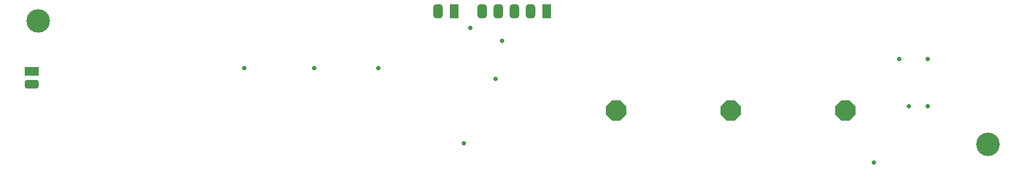
<source format=gbs>
G04*
G04 #@! TF.GenerationSoftware,Altium Limited,Altium Designer,20.0.9 (164)*
G04*
G04 Layer_Color=16711935*
%FSLAX25Y25*%
%MOIN*%
G70*
G01*
G75*
%ADD59R,0.08674X0.05524*%
G04:AMPARAMS|DCode=60|XSize=55.24mil|YSize=86.74mil|CornerRadius=15.81mil|HoleSize=0mil|Usage=FLASHONLY|Rotation=90.000|XOffset=0mil|YOffset=0mil|HoleType=Round|Shape=RoundedRectangle|*
%AMROUNDEDRECTD60*
21,1,0.05524,0.05512,0,0,90.0*
21,1,0.02362,0.08674,0,0,90.0*
1,1,0.03162,0.02756,0.01181*
1,1,0.03162,0.02756,-0.01181*
1,1,0.03162,-0.02756,-0.01181*
1,1,0.03162,-0.02756,0.01181*
%
%ADD60ROUNDEDRECTD60*%
%ADD61R,0.05721X0.08674*%
G04:AMPARAMS|DCode=62|XSize=57.21mil|YSize=86.74mil|CornerRadius=16.3mil|HoleSize=0mil|Usage=FLASHONLY|Rotation=0.000|XOffset=0mil|YOffset=0mil|HoleType=Round|Shape=RoundedRectangle|*
%AMROUNDEDRECTD62*
21,1,0.05721,0.05413,0,0,0.0*
21,1,0.02461,0.08674,0,0,0.0*
1,1,0.03261,0.01230,-0.02707*
1,1,0.03261,-0.01230,-0.02707*
1,1,0.03261,-0.01230,0.02707*
1,1,0.03261,0.01230,0.02707*
%
%ADD62ROUNDEDRECTD62*%
%ADD63C,0.14580*%
%ADD64C,0.02769*%
%ADD74P,0.13650X8X22.5*%
D59*
X21654Y70866D02*
D03*
D60*
Y62992D02*
D03*
D61*
X340551Y108268D02*
D03*
X283465D02*
D03*
D62*
X320551D02*
D03*
X300551D02*
D03*
X310551D02*
D03*
X330551D02*
D03*
X273465D02*
D03*
D63*
X614173Y25591D02*
D03*
X25591Y102362D02*
D03*
D64*
X293307Y97835D02*
D03*
X312992Y89764D02*
D03*
X543350Y14150D02*
D03*
X289370Y26260D02*
D03*
X564992Y49213D02*
D03*
X576772Y78740D02*
D03*
X559055D02*
D03*
X576772Y49213D02*
D03*
X236221Y72835D02*
D03*
X309055Y66142D02*
D03*
X153543Y72835D02*
D03*
X196850D02*
D03*
D74*
X383859Y46457D02*
D03*
X454725D02*
D03*
X525591D02*
D03*
M02*

</source>
